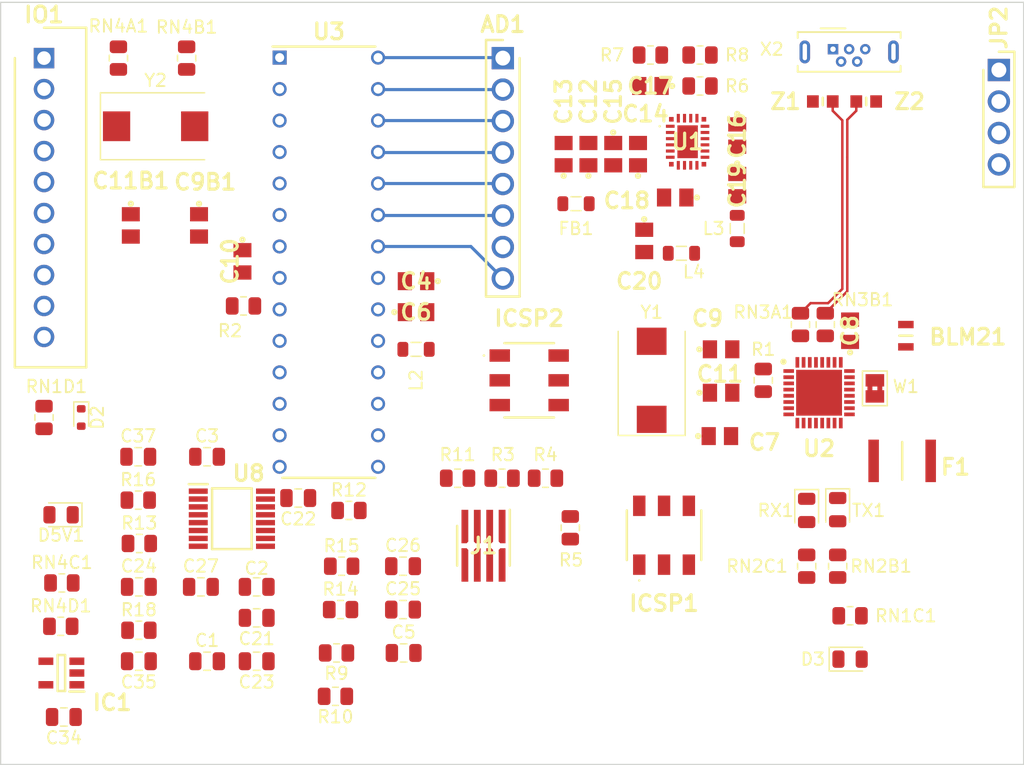
<source format=kicad_pcb>
(kicad_pcb (version 20240108) (generator "pcbnew") (generator_version "8.0")
  (layers (0 "F.Cu" signal) (1 "In1.Cu" power) (2 "In2.Cu" power) (31 "B.Cu" signal) (34 "B.Paste" user) (35 "F.Paste" user) (36 "B.SilkS" user "B.Silkscreen") (37 "F.SilkS" user "F.Silkscreen") (38 "B.Mask" user) (39 "F.Mask" user) (44 "Edge.Cuts" user))
  (net 0 "")
  (net 1 "Net-(X2-GND)")
  (net 2 "+5V")
  (net 3 "GND")
  (net 9 "Net-(U1-SW_1)")
  (net 10 "Net-(U1-RT)")
  (net 12 "Net-(U1-GND_2)")
  (net 14 "Net-(U1-BST)")
  (net 17 "/AD0")
  (net 18 "/AD2")
  (net 19 "Net-(U3-GND_2)")
  (net 20 "/AD3")
  (net 21 "/AD4")
  (net 22 "/AD1")
  (net 23 "/AD5")
  (net 24 "/UGND")
  (net 25 "Net-(U3-AVCC)")
  (net 26 "Net-(U2-UCAP)")
  (net 27 "Net-(U2-XTAL1)")
  (net 28 "Net-(U3-PB6_(PCINT6{slash}XTAL1{slash}TOSC1))")
  (net 29 "Net-(U2-(PC0)_XTAL2)")
  (net 30 "Net-(U3-PB7_(PCINT7{slash}XTAL2{slash}TOSC2))")
  (net 31 "VCC")
  (net 32 "Net-(C13-Pad1)")
  (net 33 "/VIN")
  (net 34 "/INTVCE")
  (net 35 "/FB")
  (net 36 "Net-(D3-K)")
  (net 37 "/RESET2")
  (net 38 "Net-(D5V1-A)")
  (net 39 "/MOS12")
  (net 40 "/MISO2")
  (net 41 "/SCK2")
  (net 42 "/MOSI")
  (net 43 "/SCK")
  (net 44 "/MISO")
  (net 45 "/RESET")
  (net 46 "/IO2")
  (net 47 "/IO7")
  (net 48 "/AREF")
  (net 49 "/IO1")
  (net 50 "/IO4")
  (net 51 "/IO6")
  (net 52 "/IO5")
  (net 53 "/IO3")
  (net 54 "/IO0")
  (net 55 "/ADCB")
  (net 56 "/ADCD")
  (net 57 "/ADCC")
  (net 58 "/ADCA")
  (net 59 "/PB7")
  (net 60 "/PB4")
  (net 61 "/PB5")
  (net 62 "/PB6")
  (net 63 "Net-(TX1-A)")
  (net 64 "Net-(RX1-A)")
  (net 65 "Net-(U2-D+)")
  (net 66 "/M8TXD")
  (net 67 "/M8RXD")
  (net 68 "/RXLED")
  (net 69 "/TXLED")
  (net 80 "Net-(X2-Shield)")
  (net 82 "/SS")
  (net 84 "Net-(IC1-OUT)")
  (net 85 "+3.3V")
  (net 86 "Net-(U8--IN_A)")
  (net 87 "Net-(U8-+IN_A)")
  (net 88 "Net-(U8--V)")
  (net 89 "Net-(U8-OUT_A)")
  (net 92 "Net-(U8-+IN_B)")
  (net 93 "Net-(U8--IN_B)")
  (net 94 "Net-(C3-Pad1)")
  (net 95 "Net-(U8--IN_C)")
  (net 96 "Net-(C5-Pad1)")
  (net 97 "Net-(U8-+IN_C)")
  (net 98 "Net-(U8--IN_D)")
  (net 99 "Net-(C22-Pad1)")
  (net 100 "Net-(U8-+IN_D)")
  (net 101 "Net-(U8-OUT_B)")
  (net 102 "Net-(U8-OUT_C)")
  (net 103 "Net-(U8-OUT_D)")
  (net 104 "Net-(C35-Pad2)")
  (net 105 "/D-")
  (net 106 "/D+")
  (net 107 "Net-(U2-D-)")
  (footprint "emc:RHDR4W70P0X254_1X4_1056X250X865P" (layer "F.Cu") (at 96 24.46 -90)
    (property "Reference" "JP2")
    (property "Value" "1x4 M-NM" (hide yes))
  )
  (footprint "emc:C0805" (layer "F.Cu") (at 73.6 47)
    (property "Reference" "C9")
    (property "Value" "22pF" (hide yes))
  )
  (footprint "Resistor_SMD:R_0805_2012Metric" (layer "F.Cu") (at 77 49.5 -90)
    (property "Reference" "R1")
    (property "Value" "1M")
  )
  (footprint "emc:C0805" (layer "F.Cu") (at 60.9 31.25 90)
    (property "Reference" "C13")
    (property "Value" "10uF" (hide yes))
  )
  (footprint "emc:C0805" (layer "F.Cu") (at 84 45.5 90)
    (property "Reference" "C8")
    (property "Value" "1uF" (hide yes))
  )
  (footprint "Capacitor_SMD:C_0805_2012Metric" (layer "F.Cu") (at 47.95 68)
    (property "Reference" "C25")
    (property "Value" "30pF")
  )
  (footprint "Resistor_SMD:R_0805_2012Metric" (layer "F.Cu") (at 42.5 75 180)
    (property "Reference" "R10")
    (property "Value" "10k")
  )
  (footprint "Resistor_SMD:R_0805_2012Metric" (layer "F.Cu") (at 26.599 59.168)
    (property "Reference" "R16")
    (property "Value" "47")
  )
  (footprint "Resistor_SMD:R_0805_2012Metric" (layer "F.Cu") (at 84 68.5)
    (property "Reference" "RN1C1")
    (property "Value" "10K")
  )
  (footprint "Resistor_SMD:R_0805_2012Metric" (layer "F.Cu") (at 42.5875 71.5 180)
    (property "Reference" "R9")
    (property "Value" "10k")
  )
  (footprint "Resistor_SMD:R_0805_2012Metric" (layer "F.Cu") (at 55.938 57.4 180)
    (property "Reference" "R3")
    (property "Value" "10k")
  )
  (footprint "Resistor_SMD:R_0805_2012Metric" (layer "F.Cu") (at 61.438 61.4 90)
    (property "Reference" "R5")
    (property "Value" "10k")
  )
  (footprint "emc:LT8636HVPBF" (layer "F.Cu") (at 70.9 30.25)
    (property "Reference" "U1")
    (property "Value" "LT8636" (hide yes))
  )
  (footprint "Jumper:SolderJumper-2_P1.3mm_Bridged2Bar_Pad1.0x1.5mm" (layer "F.Cu") (at 86 50.15 90)
    (property "Reference" "W1")
    (property "Value" "Jumper")
  )
  (footprint "Resistor_SMD:R_0805_2012Metric" (layer "F.Cu") (at 71.9 25.75)
    (property "Reference" "R6")
    (property "Value" "17.8k")
  )
  (footprint "Inductor_SMD:L_0805_2012Metric" (layer "F.Cu") (at 61.9 35.25 180)
    (property "Reference" "FB1")
    (property "Value" "bead")
  )
  (footprint "LED_SMD:LED_0805_2012Metric" (layer "F.Cu") (at 83 59.9375 -90)
    (property "Reference" "TX1")
    (property "Value" "LED")
  )
  (footprint "Resistor_SMD:R_0805_2012Metric" (layer "F.Cu") (at 59.438 57.4 180)
    (property "Reference" "R4")
    (property "Value" "10k")
  )
  (footprint "emc:C0805" (layer "F.Cu") (at 73.6 50.5)
    (property "Reference" "C11")
    (property "Value" "22pF" (hide yes))
  )
  (footprint "Capacitor_SMD:C_0805_2012Metric" (layer "F.Cu") (at 26.649 72.168 180)
    (property "Reference" "C35")
    (property "Value" "10nF")
  )
  (footprint "Resistor_SMD:R_0805_2012Metric" (layer "F.Cu") (at 43.5875 60)
    (property "Reference" "R12")
    (property "Value" "10k")
  )
  (footprint "Capacitor_SMD:C_0805_2012Metric" (layer "F.Cu") (at 32.149 72.168)
    (property "Reference" "C1")
    (property "Value" "1uF")
  )
  (footprint "Capacitor_SMD:C_0805_2012Metric" (layer "F.Cu") (at 26.599 55.668)
    (property "Reference" "C37")
    (property "Value" "30pF")
  )
  (footprint "emc:QFN50P500X500X100-33N-D" (layer "F.Cu") (at 81.5 50.5)
    (property "Reference" "U2")
    (property "Value" "ATMEGA16U2-MU" (hide yes))
  )
  (footprint "emc:HUSSP8W30P100_2X4_400X320X365P" (layer "F.Cu") (at 54.438 62.85 180)
    (property "Reference" "J1")
    (property "Value" "M40-3200445R" (hide yes))
  )
  (footprint "emc:C0805" (layer "F.Cu") (at 49 44)
    (property "Reference" "C6")
    (property "Value" "100nF" (hide yes))
  )
  (footprint "emc:M225320305R" (layer "F.Cu") (at 58.125 49.5 -90)
    (property "Reference" "ICSP2")
    (property "Value" "3x2M" (hide yes))
  )
  (footprint "emc:C0805" (layer "F.Cu") (at 74.9 29.75 -90)
    (property "Reference" "C16")
    (property "Value" "1uF" (hide yes))
  )
  (footprint "Crystal:Crystal_SMD_FOX_FE-2Pin_7.5x5.0mm" (layer "F.Cu") (at 28 29)
    (property "Reference" "Y2")
    (property "Value" "16M")
  )
  (footprint "emc:C0805" (layer "F.Cu") (at 62.9 31.25 90)
    (property "Reference" "C12")
    (property "Value" "10uF" (hide yes))
  )
  (footprint "emc:C0805" (layer "F.Cu") (at 69.9 34.75 180)
    (property "Reference" "C18")
    (property "Value" "0.1uF" (hide yes))
  )
  (footprint "Capacitor_SMD:C_0805_2012Metric" (layer "F.Cu") (at 32.149 55.668)
    (property "Reference" "C3")
    (property "Value" "10nF")
  )
  (footprint "Resistor_SMD:R_0805_2012Metric" (layer "F.Cu") (at 26.649 69.668)
    (property "Reference" "R18")
    (property "Value" "10k")
  )
  (footprint "Resistor_SMD:R_0805_2012Metric" (layer "F.Cu") (at 30.5 23.5 -90)
    (property "Reference" "RN4B1")
    (property "Value" "1k")
  )
  (footprint "emc:C0805" (layer "F.Cu") (at 64.9 31.25 -90)
    (property "Reference" "C15")
    (property "Value" "1uF" (hide yes))
  )
  (footprint "Capacitor_SMD:C_0805_2012Metric" (layer "F.Cu") (at 31.649 66.168)
    (property "Reference" "C27")
    (property "Value" "10nF")
  )
  (footprint "Resistor_SMD:R_0805_2012Metric" (layer "F.Cu") (at 25 23.5 -90)
    (property "Reference" "RN4A1")
    (property "Value" "1k")
  )
  (footprint "emc:C0805" (layer "F.Cu") (at 67.4 38.25 -90)
    (property "Reference" "C20")
    (property "Value" "100uF" (hide yes))
  )
  (footprint "Inductor_SMD:L_0805_2012Metric" (layer "F.Cu") (at 70.4 39.25)
    (property "Reference" "L4")
    (property "Value" "1.5u")
  )
  (footprint "emc:C0805" (layer "F.Cu") (at 26 37 -90)
    (property "Reference" "C11B1")
    (property "Value" "22pF" (hide yes))
  )
  (footprint "Inductor_SMD:L_0805_2012Metric" (layer "F.Cu") (at 74.9 37.25 90)
    (property "Reference" "L3")
    (property "Value" "0.33u")
  )
  (footprint "Resistor_SMD:R_0805_2012Metric" (layer "F.Cu") (at 52.3505 57.4)
    (property "Reference" "R11")
    (property "Value" "10k")
  )
  (footprint "Diode_SMD:D_SOD-523" (layer "F.Cu") (at 22 52.5 -90)
    (property "Reference" "D2")
    (property "Value" "1N4148WT")
  )
  (footprint "emc:SOT95P280X145-5N" (layer "F.Cu") (at 20.399 73.118 180)
    (property "Reference" "IC1")
    (property "Value" "LP2985AIM5-3.0_NOPB" (hide yes))
  )
  (footprint "emc:M225320305R" (layer "F.Cu") (at 69 62)
    (property "Reference" "ICSP1")
    (property "Value" "3x2M" (hide yes))
  )
  (footprint "Resistor_SMD:R_0805_2012Metric" (layer "F.Cu") (at 67.9 23.25 180)
    (property "Reference" "R7")
    (property "Value" "1M")
  )
  (footprint "Capacitor_SMD:C_0805_2012Metric" (layer "F.Cu") (at 39.5 59 180)
    (property "Reference" "C22")
    (property "Value" "10nF")
  )
  (footprint "Resistor_SMD:R_0805_2012Metric" (layer "F.Cu") (at 80.5 64.5 90)
    (property "Reference" "RN2C1")
    (property "Value" "1k")
  )
  (footprint "emc:DIP794W53P254L3467H457Q28N" (layer "F.Cu") (at 41.969 39.97)
    (property "Reference" "U3")
    (property "Value" "ATMEGA328P-PU" (hide yes))
  )
  (footprint "Capacitor_SMD:C_0805_2012Metric" (layer "F.Cu") (at 36.149 66.168 180)
    (property "Reference" "C2")
    (property "Value" "10nF")
  )
  (footprint "CG0603MLC-05E:VARC1608X55N" (layer "F.Cu") (at 81.8 27)
    (property "Reference" "Z1")
    (property "Value" "CG0603MLC-05E" (hide yes))
  )
  (footprint "Inductor_SMD:L_0805_2012Metric" (layer "F.Cu") (at 49 47)
    (property "Reference" "L2")
    (property "Value" "10u")
  )
  (footprint "emc:C0805" (layer "F.Cu") (at 66.9 31.25 90)
    (property "Reference" "C14")
    (property "Value" "10uF" (hide yes))
  )
  (footprint "Capacitor_SMD:C_0805_2012Metric" (layer "F.Cu") (at 36.149 72.168 180)
    (property "Reference" "C23")
    (property "Value" "10nF")
  )
  (footprint "emc:C0805" (layer "F.Cu") (at 73.5 54)
    (property "Reference" "C7")
    (property "Value" "100nF" (hide yes))
  )
  (footprint "Resistor_SMD:R_0805_2012Metric" (layer "F.Cu") (at 26.6865 62.668)
    (property "Reference" "R13")
    (property "Value" "47")
  )
  (footprint "Diode_SMD:D_0805_2012Metric" (layer "F.Cu") (at 84 72)
    (property "Reference" "D3")
    (property "Value" "D")
  )
  (footprint "emc:C0805" (layer "F.Cu") (at 67.9 25.75 180)
    (property "Reference" "C17")
    (property "Value" "10pF" (hide yes))
  )
  (footprint "LED_SMD:LED_0805_2012Metric" (layer "F.Cu") (at 80.5 60 -90)
    (property "Reference" "RX1")
    (property "Value" "LED")
  )
  (footprint "BLM21:BLM21AG102BH1J" (layer "F.Cu") (at 88.5 45.9 90)
    (property "Reference" "BLM21")
    (property "Value" "L" (hide yes))
  )
  (footprint "emc:SHDR10W64P0X250_1X10_2740X575X700P" (layer "F.Cu") (at 19 23.5 -90)
    (property "Reference" "IO1")
    (property "Value" "Header10" (hide yes))
  )
  (footprint "Resistor_SMD:R_0805_2012Metric" (layer "F.Cu") (at 43 64.5)
    (property "Reference" "R15")
    (property "Value" "47")
  )
  (footprint "Connector_USB:USB_Micro-B_Wuerth_614105150721_Vertical" (layer "F.Cu") (at 82.625 22.78)
    (property "Reference" "X2")
    (property "Value" "USB")
  )
  (footprint "Resistor_SMD:R_0805_2012Metric" (layer "F.Cu") (at 82 45 90)
    (property "Reference" "RN3B1")
    (property "Value" "22")
  )
  (footprint "Resistor_SMD:R_0805_2012Metric" (layer "F.Cu") (at 83 64.5 90)
    (property "Reference" "RN2B1")
    (property "Value" "1k")
  )
  (footprint "Resistor_SMD:R_0805_2012Metric" (layer "F.Cu") (at 19 52.5 -90)
    (property "Reference" "RN1D1")
    (property "Value" "10k")
  )
  (footprint "Capacitor_SMD:C_0805_2012Metric" (layer "F.Cu") (at 48 71.5)
    (property "Reference" "C5")
    (property "Value" "10nF")
  )
  (footprint "Resistor_SMD:R_0805_2012Metric" (layer "F.Cu") (at 80 45 90)
    (property "Reference" "RN3A1")
    (property "Value" "22")
  )
  (footprint "emc:C0805" (layer "F.Cu") (at 74.9 33.75 -90)
    (property "Reference" "C19")
    (property "Value" "1uF" (hide yes))
  )
  (footprint "Resistor_SMD:R_0805_2012Metric" (layer "F.Cu") (at 20.3505 69.35)
    (property "Reference" "RN4D1")
    (property "Value" "1k")
  )
  (footprint "Resistor_SMD:R_0805_2012Metric" (layer "F.Cu") (at 35.0875 43.5)
    (property "Reference" "R2")
    (property "Value" "1M")
  )
  (footprint "Capacitor_SMD:C_0805_2012Metric" (layer "F.Cu") (at 26.649 66.168)
    (property "Reference" "C24")
    (property "Value" "30pF")
  )
  (footprint "emc:C0805" (layer "F.Cu") (at 31.5 37 -90)
    (property "Reference" "C9B1")
    (property "Value" "22pF" (hide yes))
  )
  (footprint "LED_SMD:LED_0805_2012Metric" (layer "F.Cu") (at 20.3755 60.35 180)
    (property "Reference" "D5V1")
    (property "Value" "LED")
  )
  (footprint "emc:C0805" (layer "F.Cu") (at 49 41.5 180)
    (property "Reference" "C4")
    (property "Value" "100nF" (hide yes))
  )
  (footprint "Capacitor_SMD:C_0805_2012Metric" (layer "F.Cu") (at 47.95 64.5)
    (property "Reference" "C26")
    (property "Value" "30pF")
  )
  (footprint "Crystal:Crystal_SMD_FOX_FE-2Pin_7.5x5.0mm" (layer "F.Cu") (at 68 49.5 90)
    (property "Reference" "Y1")
    (property "Value" "16MHz")
  )
  (footprint "CG0603MLC-05E:VARC1608X55N" (layer "F.Cu") (at 85.3 27 180)
    (property "Reference" "Z2")
    (property "Value" "CG0603MLC-05E" (hide yes))
  )
  (footprint "Resistor_SMD:R_0805_2012Metric" (layer "F.Cu") (at 42.9125 68)
    (property "Reference" "R14")
    (property "Value" "47")
  )
  (footprint "Resistor_SMD:R_0805_2012Metric" (layer "F.Cu") (at 71.9 23.25)
    (property "Reference" "R8")
    (property "Value" "243k")
  )
  (footprint "emc:C0805" (layer "F.Cu") (at 35 39.9 -90)
    (property "Reference" "C10")
    (property "Value" "100nF" (hide yes))
  )
  (footprint "Resistor_SMD:R_0805_2012Metric" (layer "F.Cu") (at 20.438 65.85)
    (property "Reference" "RN4C1")
    (property "Value" "1k")
  )
  (footprint "emc:FUSC4632X85N" (layer "F.Cu") (at 88.2 56)
    (property "Reference" "F1")
    (property "Value" "MF-MSMF050-2" (hide yes))
  )
  (footprint "Capacitor_SMD:C_0805_2012Metric" (layer "F.Cu") (at 36.149 68.668 180)
    (property "Reference" "C21")
    (property "Value" "10nF")
  )
  (footprint "emc:HDRV8W69P0X254_1X8_2032X251X1641P" (layer "F.Cu") (at 56 23.5 -90)
    (property "Reference" "AD1")
    (property "Value" "Header8" (hide yes))
  )
  (footprint "Capacitor_SMD:C_0805_2012Metric" (layer "F.Cu") (at 20.599 76.668 180)
    (property "Reference" "C34")
    (property "Value" "100nF")
  )
  (footprint "emc:OPA4350 SOP64P600X175-16N" (layer "F.Cu") (at 34.149 60.668)
    (property "Reference" "U8")
    (property "Value" "OPA4350EA_250" (hide yes))
  )
  (gr_line (start 98 80.5) (end 15.5 80.5) (stroke (width 0.1)) (layer "Edge.Cuts"))
  (gr_line (start 15.5 80.5) (end 15.5 19) (stroke (width 0.1)) (layer "Edge.Cuts"))
  (gr_line (start 15.5 19) (end 98 19) (stroke (width 0.1)) (layer "Edge.Cuts"))
  (gr_line (start 98 19) (end 98 80.5) (stroke (width 0.1)) (layer "Edge.Cuts"))
  (segment (start 56 36.2) (end 45.978 36.2) (width 0.25) (layer "B.Cu") (net 17))
  (segment (start 45.978 36.2) (end 45.938 36.16) (width 0.25) (layer "B.Cu") (net 17))
  (segment (start 45.978 31.12) (end 45.938 31.08) (width 0.25) (layer "B.Cu") (net 18))
  (segment (start 56 31.12) (end 45.978 31.12) (width 0.25) (layer "B.Cu") (net 18))
  (segment (start 45.938 38.7) (end 53.42 38.7) (width 0.25) (layer "B.Cu") (net 19))
  (segment (start 53.42 38.7) (end 56 41.28) (width 0.25) (layer "B.Cu") (net 19))
  (segment (start 55.96 28.54) (end 56 28.58) (width 0.25) (layer "B.Cu") (net 20))
  (segment (start 45.938 28.54) (end 55.96 28.54) (width 0.25) (layer "B.Cu") (net 20))
  (segment (start 56 26.04) (end 45.978 26.04) (width 0.25) (layer "B.Cu") (net 21))
  (segment (start 45.978 26.04) (end 45.938 26) (width 0.25) (layer "B.Cu") (net 21))
  (segment (start 55.96 33.62) (end 56 33.66) (width 0.25) (layer "B.Cu") (net 22))
  (segment (start 45.938 33.62) (end 55.96 33.62) (width 0.25) (layer "B.Cu") (net 22))
  (segment (start 55.96 23.46) (end 56 23.5) (width 0.25) (layer "B.Cu") (net 23))
  (segment (start 45.938 23.46) (end 55.96 23.46) (width 0.25) (layer "B.Cu") (net 23))
  (segment (start 82.6 27) (end 82.6 27.750001) (width 0.2) (layer "F.Cu") (net 105))
  (segment (start 80.8125 43.275) (end 80 44.0875) (width 0.2) (layer "F.Cu") (net 105))
  (segment (start 82.225 43.275) (end 80.8125 43.275) (width 0.2) (layer "F.Cu") (net 105))
  (segment (start 83.375 28.525001) (end 83.375 42.125) (width 0.2) (layer "F.Cu") (net 105))
  (segment (start 83.275 23.78) (end 83.606801 23.78) (width 0.2) (layer "F.Cu") (net 105))
  (segment (start 83.375 42.125) (end 82.225 43.275) (width 0.2) (layer "F.Cu") (net 105))
  (segment (start 82.6 27.750001) (end 83.375 28.525001) (width 0.2) (layer "F.Cu") (net 105))
  (segment (start 83.775 42.3125) (end 82 44.0875) (width 0.2) (layer "F.Cu") (net 106))
  (segment (start 83.775 31.5) (end 83.775 42.3125) (width 0.2) (layer "F.Cu") (net 106))
  (segment (start 84.5 27) (end 84.5 27.750001) (width 0.2) (layer "F.Cu") (net 106))
  (segment (start 83.775 28.475001) (end 83.775 31.5) (width 0.2) (layer "F.Cu") (net 106))
  (segment (start 84.5 27.750001) (end 83.775 28.475001) (width 0.2) (layer "F.Cu") (net 106))
)
</source>
